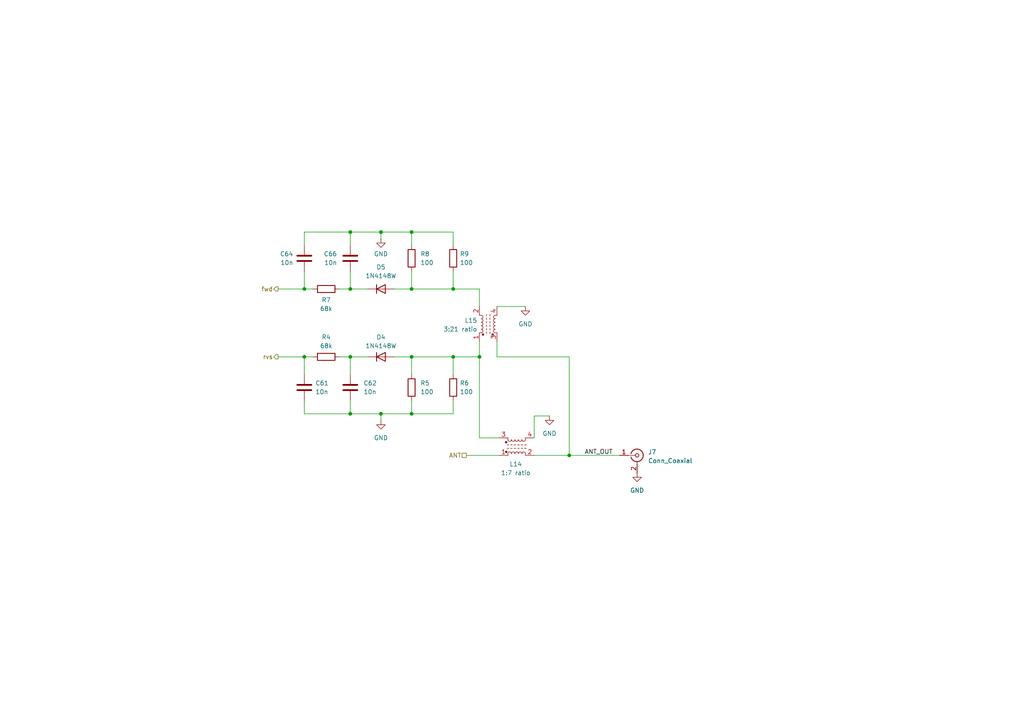
<source format=kicad_sch>
(kicad_sch (version 20230121) (generator eeschema)
  (paper "A4")
  (lib_symbols
    (symbol "Connector:Conn_Coaxial" (pin_names (offset 1.016) hide)
      (property "Reference" "J" (at 0.254 3.048 0))
      (property "Value" "Conn_Coaxial" (at 2.921 0 90))
      (symbol "Conn_Coaxial_0_1"
        (arc (start -1.778 -0.508) (mid 0.2311 -1.8066) (end 1.778 0) (stroke (width 0.254)))
        (polyline (pts (xy -2.54 0) (xy -0.508 0)))
        (polyline (pts (xy 0 -2.54) (xy 0 -1.778)))
        (circle (center 0 0) (radius 0.508) (stroke (width 0.2032)))
        (arc (start 1.778 0) (mid 0.2099 1.8101) (end -1.778 0.508) (stroke (width 0.254)))
      )
      (symbol "Conn_Coaxial_1_1"
        (pin passive line (at -5.08 0 0) (length 2.54) (name "In") (number "1"))
        (pin passive line (at 0 -5.08 90) (length 2.54) (name "Ext") (number "2"))
      )
    )
    (symbol "Device:C" (pin_numbers hide) (pin_names (offset 0.254))
      (property "Reference" "C" (at 0.635 2.54 0))
      (property "Value" "C" (at 0.635 -2.54 0))
      (symbol "C_0_1"
        (polyline (pts (xy -2.032 -0.762) (xy 2.032 -0.762)) (stroke (width 0.508)))
        (polyline (pts (xy -2.032 0.762) (xy 2.032 0.762)) (stroke (width 0.508)))
      )
      (symbol "C_1_1"
        (pin passive line (at 0 3.81 270) (length 2.794) (name "~") (number "1"))
        (pin passive line (at 0 -3.81 90) (length 2.794) (name "~") (number "2"))
      )
    )
    (symbol "Device:L_Ferrite_Coupled" (pin_names (offset 0.254) hide)
      (property "Reference" "L" (at 0 4.445 0))
      (property "Value" "L_Ferrite_Coupled" (at 0 -4.445 0))
      (symbol "L_Ferrite_Coupled_0_1"
        (circle (center -3.048 -1.27) (radius 0.254) (fill (type outline)))
        (circle (center -3.048 1.524) (radius 0.254) (fill (type outline)))
        (arc (start -2.54 2.032) (mid -2.032 1.5262) (end -1.524 2.032))
        (arc (start -1.524 -2.032) (mid -2.032 -1.5262) (end -2.54 -2.032))
        (arc (start -1.524 2.032) (mid -1.016 1.5262) (end -0.508 2.032))
        (arc (start -0.508 -2.032) (mid -1.016 -1.5262) (end -1.524 -2.032))
        (arc (start -0.508 2.032) (mid 0 1.5262) (end 0.508 2.032))
        (polyline (pts (xy -2.794 -0.508) (xy -2.286 -0.508)))
        (polyline (pts (xy -2.794 0.508) (xy -2.286 0.508)))
        (polyline (pts (xy -2.54 -2.032) (xy -2.54 -2.54)))
        (polyline (pts (xy -2.54 2.032) (xy -2.54 2.54)))
        (polyline (pts (xy -1.778 -0.508) (xy -1.27 -0.508)))
        (polyline (pts (xy -1.778 0.508) (xy -1.27 0.508)))
        (polyline (pts (xy -0.762 -0.508) (xy -0.254 -0.508)))
        (polyline (pts (xy -0.762 0.508) (xy -0.254 0.508)))
        (polyline (pts (xy 0.254 -0.508) (xy 0.762 -0.508)))
        (polyline (pts (xy 0.254 0.508) (xy 0.762 0.508)))
        (polyline (pts (xy 1.27 -0.508) (xy 1.778 -0.508)))
        (polyline (pts (xy 1.27 0.508) (xy 1.778 0.508)))
        (polyline (pts (xy 2.286 -0.508) (xy 2.794 -0.508)))
        (polyline (pts (xy 2.286 0.508) (xy 2.794 0.508)))
        (polyline (pts (xy 2.54 -2.032) (xy 2.54 -2.54)))
        (polyline (pts (xy 2.54 2.54) (xy 2.54 2.032)))
        (arc (start 0.508 -2.032) (mid 0 -1.5262) (end -0.508 -2.032))
        (arc (start 0.508 2.032) (mid 1.016 1.5262) (end 1.524 2.032))
        (arc (start 1.524 -2.032) (mid 1.016 -1.5262) (end 0.508 -2.032))
        (arc (start 1.524 2.032) (mid 2.032 1.5262) (end 2.54 2.032))
        (arc (start 2.54 -2.032) (mid 2.032 -1.5262) (end 1.524 -2.032))
      )
      (symbol "L_Ferrite_Coupled_1_1"
        (pin passive line (at -5.08 2.54 0) (length 2.54) (name "1") (number "1"))
        (pin passive line (at 5.08 2.54 180) (length 2.54) (name "2") (number "2"))
        (pin passive line (at -5.08 -2.54 0) (length 2.54) (name "3") (number "3"))
        (pin passive line (at 5.08 -2.54 180) (length 2.54) (name "4") (number "4"))
      )
    )
    (symbol "Device:R" (pin_numbers hide) (pin_names (offset 0))
      (property "Reference" "R" (at 2.032 0 90))
      (property "Value" "R" (at 0 0 90))
      (symbol "R_0_1"
        (rectangle (start -1.016 -2.54) (end 1.016 2.54) (stroke (width 0.254)))
      )
      (symbol "R_1_1"
        (pin passive line (at 0 3.81 270) (length 1.27) (name "~") (number "1"))
        (pin passive line (at 0 -3.81 90) (length 1.27) (name "~") (number "2"))
      )
    )
    (symbol "Diode:1N4148W" (pin_numbers hide) (pin_names hide)
      (property "Reference" "D" (at 0 2.54 0))
      (property "Value" "1N4148W" (at 0 -2.54 0))
      (symbol "1N4148W_0_1"
        (polyline (pts (xy -1.27 1.27) (xy -1.27 -1.27)) (stroke (width 0.254)))
        (polyline (pts (xy 1.27 0) (xy -1.27 0)))
        (polyline (pts (xy 1.27 1.27) (xy 1.27 -1.27) (xy -1.27 0) (xy 1.27 1.27)) (stroke (width 0.254)))
      )
      (symbol "1N4148W_1_1"
        (pin passive line (at -3.81 0 0) (length 2.54) (name "K") (number "1"))
        (pin passive line (at 3.81 0 180) (length 2.54) (name "A") (number "2"))
      )
    )
    (symbol "power:GND" (power) (pin_names (offset 0))
      (property "Value" "GND" (at 0 -3.81 0))
      (symbol "GND_0_1"
        (polyline (pts (xy 0 0) (xy 0 -1.27) (xy 1.27 -1.27) (xy 0 -2.54) (xy -1.27 -1.27) (xy 0 -1.27)))
      )
      (symbol "GND_1_1"
        (pin power_in line (at 0 0 270) (length 0) hide (name "GND") (number "1"))
      )
    )
  )
  (junction (at 119.38 103.505))
  (junction (at 88.265 103.505))
  (junction (at 131.445 83.82))
  (junction (at 101.6 103.505))
  (junction (at 131.445 103.505))
  (junction (at 101.6 67.31))
  (junction (at 110.49 67.31))
  (junction (at 119.38 83.82))
  (junction (at 165.1 132.08))
  (junction (at 139.065 103.505))
  (junction (at 119.38 120.015))
  (junction (at 119.38 67.31))
  (junction (at 101.6 120.015))
  (junction (at 88.265 83.82))
  (junction (at 101.6 83.82))
  (junction (at 110.49 120.015))
  (wire (pts (xy 144.145 103.505) (xy 165.1 103.505)))
  (wire (pts (xy 101.6 120.015) (xy 101.6 116.205)))
  (wire (pts (xy 98.425 103.505) (xy 101.6 103.505)))
  (wire (pts (xy 139.065 99.06) (xy 139.065 103.505)))
  (wire (pts (xy 106.68 83.82) (xy 101.6 83.82)))
  (wire (pts (xy 139.065 103.505) (xy 131.445 103.505)))
  (wire (pts (xy 131.445 83.82) (xy 139.065 83.82)))
  (wire (pts (xy 88.265 120.015) (xy 88.265 116.205)))
  (wire (pts (xy 139.065 127) (xy 139.065 103.505)))
  (wire (pts (xy 131.445 83.82) (xy 131.445 78.74)))
  (wire (pts (xy 152.4 88.9) (xy 144.145 88.9)))
  (wire (pts (xy 88.265 103.505) (xy 88.265 108.585)))
  (wire (pts (xy 88.265 103.505) (xy 90.805 103.505)))
  (wire (pts (xy 119.38 120.015) (xy 119.38 116.205)))
  (wire (pts (xy 119.38 103.505) (xy 131.445 103.505)))
  (wire (pts (xy 101.6 103.505) (xy 101.6 108.585)))
  (wire (pts (xy 139.065 83.82) (xy 139.065 88.9)))
  (wire (pts (xy 119.38 67.31) (xy 119.38 71.12)))
  (wire (pts (xy 131.445 103.505) (xy 131.445 108.585)))
  (wire (pts (xy 119.38 67.31) (xy 131.445 67.31)))
  (wire (pts (xy 101.6 83.82) (xy 101.6 78.74)))
  (wire (pts (xy 144.78 127) (xy 139.065 127)))
  (wire (pts (xy 110.49 121.92) (xy 110.49 120.015)))
  (wire (pts (xy 119.38 83.82) (xy 119.38 78.74)))
  (wire (pts (xy 106.68 103.505) (xy 101.6 103.505)))
  (wire (pts (xy 88.265 120.015) (xy 101.6 120.015)))
  (wire (pts (xy 101.6 67.31) (xy 101.6 71.12)))
  (wire (pts (xy 88.265 83.82) (xy 88.265 78.74)))
  (wire (pts (xy 110.49 67.31) (xy 119.38 67.31)))
  (wire (pts (xy 144.145 99.06) (xy 144.145 103.505)))
  (wire (pts (xy 80.645 83.82) (xy 88.265 83.82)))
  (wire (pts (xy 88.265 67.31) (xy 101.6 67.31)))
  (wire (pts (xy 101.6 67.31) (xy 110.49 67.31)))
  (wire (pts (xy 80.645 103.505) (xy 88.265 103.505)))
  (wire (pts (xy 159.385 120.65) (xy 154.94 120.65)))
  (wire (pts (xy 119.38 83.82) (xy 131.445 83.82)))
  (wire (pts (xy 88.265 67.31) (xy 88.265 71.12)))
  (wire (pts (xy 101.6 120.015) (xy 110.49 120.015)))
  (wire (pts (xy 119.38 103.505) (xy 119.38 108.585)))
  (wire (pts (xy 110.49 69.215) (xy 110.49 67.31)))
  (wire (pts (xy 98.425 83.82) (xy 101.6 83.82)))
  (wire (pts (xy 114.3 103.505) (xy 119.38 103.505)))
  (wire (pts (xy 131.445 120.015) (xy 131.445 116.205)))
  (wire (pts (xy 131.445 67.31) (xy 131.445 71.12)))
  (wire (pts (xy 154.94 120.65) (xy 154.94 127)))
  (wire (pts (xy 165.1 132.08) (xy 179.705 132.08)))
  (wire (pts (xy 165.1 103.505) (xy 165.1 132.08)))
  (wire (pts (xy 119.38 120.015) (xy 131.445 120.015)))
  (wire (pts (xy 154.94 132.08) (xy 165.1 132.08)))
  (wire (pts (xy 88.265 83.82) (xy 90.805 83.82)))
  (wire (pts (xy 110.49 120.015) (xy 119.38 120.015)))
  (wire (pts (xy 144.78 132.08) (xy 135.255 132.08)))
  (wire (pts (xy 114.3 83.82) (xy 119.38 83.82)))
  (label "ANT_OUT" (at 169.545 132.08 0))
  (hierarchical_label "ANT" (shape passive) (at 135.255 132.08 180))
  (hierarchical_label "rvs" (shape output) (at 80.645 103.505 180))
  (hierarchical_label "fwd" (shape output) (at 80.645 83.82 180))
  (symbol (lib_id "Connector:Conn_Coaxial") (at 184.785 132.08 0) (unit 1)
    (property "Reference" "J7" (at 187.96 131.1032 0) (effects (justify left)))
    (property "Value" "Conn_Coaxial" (at 187.96 133.6432 0) (effects (justify left)))
    (property "Datasheet" " ~" (effects hide))
    (instances (project "main" (path "" (reference "J7") (unit 1)) (path "" (reference "J8") (unit 1))))
  )
  (symbol (lib_id "Device:C") (at 88.265 112.395 0) (unit 1)
    (property "Reference" "C61" (at 91.44 111.125 0) (effects (justify left)))
    (property "Value" "10n" (at 91.44 113.665 0) (effects (justify left)))
  )
  (symbol (lib_id "Device:R") (at 131.445 74.93 0) (mirror y) (unit 1)
    (property "Reference" "R9" (at 133.35 73.66 0) (effects (justify right)))
    (property "Value" "100" (at 133.35 76.2 0) (effects (justify right)))
  )
  (symbol (lib_id "Device:C") (at 88.265 74.93 0) (mirror x) (unit 1)
    (property "Reference" "C64" (at 85.09 73.66 0) (effects (justify right)))
    (property "Value" "10n" (at 85.09 76.2 0) (effects (justify right)))
  )
  (symbol (lib_id "Device:R") (at 94.615 103.505 90) (unit 1)
    (property "Reference" "R4" (at 94.615 97.79 90))
    (property "Value" "68k" (at 94.615 100.33 90))
  )
  (symbol (lib_id "power:GND") (at 152.4 88.9 0) (unit 1)
    (property "Reference" "#PWR062" (effects hide))
    (property "Value" "GND" (at 152.4 93.98 0))
  )
  (symbol (lib_id "Device:C") (at 101.6 112.395 0) (unit 1)
    (property "Reference" "C62" (at 105.41 111.125 0) (effects (justify left)))
    (property "Value" "10n" (at 105.41 113.665 0) (effects (justify left)))
  )
  (symbol (lib_id "Diode:1N4148W") (at 110.49 103.505 0) (unit 1)
    (property "Reference" "D4" (at 110.49 97.79 0))
    (property "Value" "1N4148W" (at 110.49 100.33 0))
    (property "Footprint" "Diode_SMD:D_SOD-123" (effects hide))
    (property "Datasheet" "https://www.vishay.com/docs/85748/1n4148w.pdf" (effects hide))
    (property "Sim.Device" "D" (effects hide))
    (property "Sim.Pins" "1=K 2=A" (effects hide))
  )
  (symbol (lib_id "Device:R") (at 119.38 74.93 0) (mirror y) (unit 1)
    (property "Reference" "R8" (at 121.92 73.66 0) (effects (justify right)))
    (property "Value" "100" (at 121.92 76.2 0) (effects (justify right)))
  )
  (symbol (lib_id "Diode:1N4148W") (at 110.49 83.82 0) (mirror x) (unit 1)
    (property "Reference" "D5" (at 110.49 77.47 0))
    (property "Value" "1N4148W" (at 110.49 80.01 0))
    (property "Footprint" "Diode_SMD:D_SOD-123" (effects hide))
    (property "Datasheet" "https://www.vishay.com/docs/85748/1n4148w.pdf" (effects hide))
    (property "Sim.Device" "D" (effects hide))
    (property "Sim.Pins" "1=K 2=A" (effects hide))
  )
  (symbol (lib_id "power:GND") (at 159.385 120.65 0) (unit 1)
    (property "Reference" "#PWR094" (effects hide))
    (property "Value" "GND" (at 159.385 125.73 0))
  )
  (symbol (lib_id "power:GND") (at 110.49 121.92 0) (unit 1)
    (property "Reference" "#PWR059" (effects hide))
    (property "Value" "GND" (at 110.49 127 0))
  )
  (symbol (lib_id "Device:C") (at 101.6 74.93 0) (mirror x) (unit 1)
    (property "Reference" "C66" (at 97.79 73.66 0) (effects (justify right)))
    (property "Value" "10n" (at 97.79 76.2 0) (effects (justify right)))
  )
  (symbol (lib_id "Device:R") (at 94.615 83.82 90) (mirror x) (unit 1)
    (property "Reference" "R7" (at 94.615 86.995 90))
    (property "Value" "68k" (at 94.615 89.535 90))
  )
  (symbol (lib_id "Device:L_Ferrite_Coupled") (at 141.605 93.98 90) (unit 1)
    (property "Reference" "L15" (at 138.43 92.964 90) (effects (justify left)))
    (property "Value" "3:21 ratio" (at 138.43 95.504 90) (effects (justify left)))
  )
  (symbol (lib_id "Device:R") (at 119.38 112.395 180) (unit 1)
    (property "Reference" "R5" (at 121.92 111.125 0) (effects (justify right)))
    (property "Value" "100" (at 121.92 113.665 0) (effects (justify right)))
  )
  (symbol (lib_id "Device:R") (at 131.445 112.395 180) (unit 1)
    (property "Reference" "R6" (at 133.35 111.125 0) (effects (justify right)))
    (property "Value" "100" (at 133.35 113.665 0) (effects (justify right)))
  )
  (symbol (lib_id "power:GND") (at 184.785 137.16 0) (mirror y) (unit 1)
    (property "Reference" "#PWR022" (effects hide))
    (property "Value" "GND" (at 184.785 142.24 0))
    (instances (project "main" (path "" (reference "#PWR022") (unit 1)) (path "" (reference "#PWR027") (unit 1)) (path "" (reference "#PWR058") (unit 1)) (path "" (reference "#PWR069") (unit 1))))
  )
  (symbol (lib_id "Device:L_Ferrite_Coupled") (at 149.86 129.54 0) (mirror x) (unit 1)
    (property "Reference" "L14" (at 149.606 134.62 0))
    (property "Value" "1:7 ratio" (at 149.606 137.16 0))
  )
  (symbol (lib_id "power:GND") (at 110.49 69.215 0) (unit 1)
    (property "Reference" "#PWR061" (effects hide))
    (property "Value" "GND" (at 110.49 73.66 0))
  )
)
</source>
